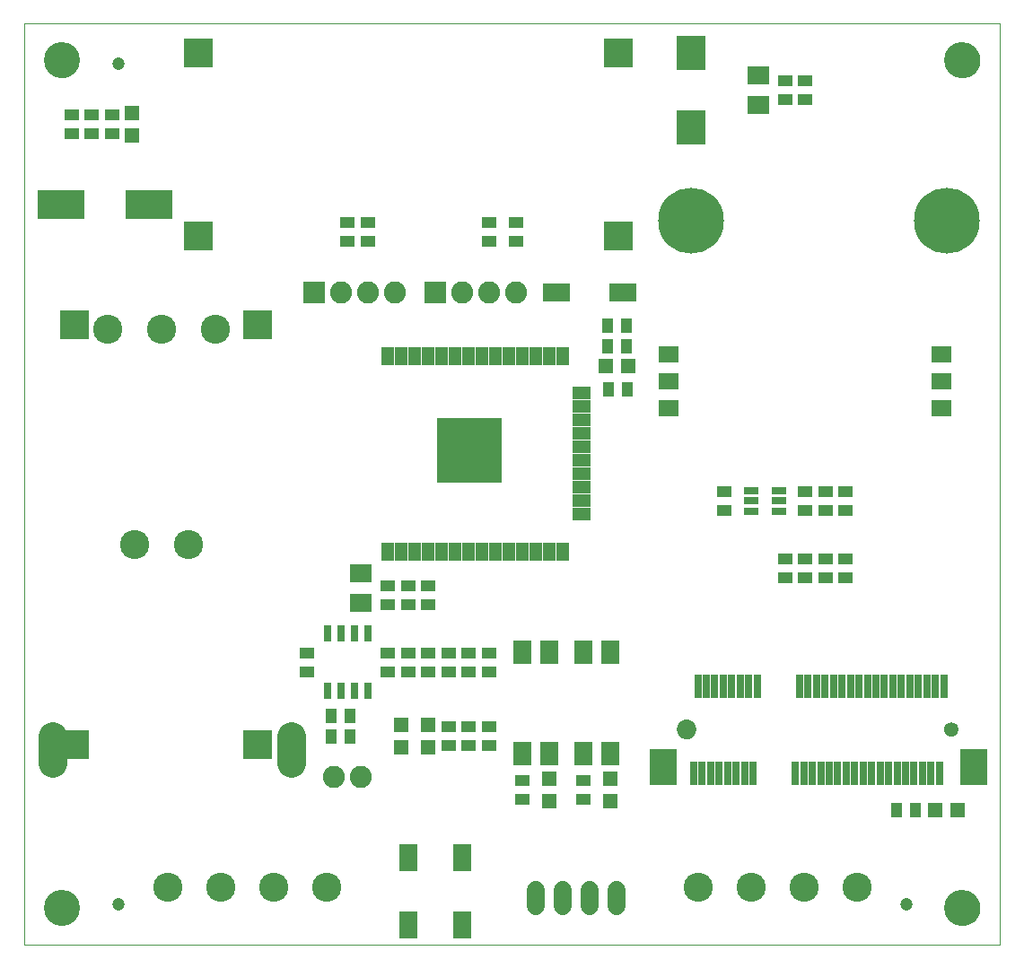
<source format=gts>
G75*
%MOIN*%
%OFA0B0*%
%FSLAX25Y25*%
%IPPOS*%
%LPD*%
%AMOC8*
5,1,8,0,0,1.08239X$1,22.5*
%
%ADD10C,0.00000*%
%ADD11R,0.05524X0.03950*%
%ADD12R,0.03950X0.05524*%
%ADD13R,0.07887X0.07099*%
%ADD14C,0.10800*%
%ADD15R,0.05328X0.03162*%
%ADD16C,0.07296*%
%ADD17C,0.05328*%
%ADD18R,0.03162X0.08674*%
%ADD19R,0.09855X0.13398*%
%ADD20R,0.08200X0.08200*%
%ADD21C,0.08200*%
%ADD22C,0.04737*%
%ADD23R,0.05524X0.05524*%
%ADD24R,0.09855X0.07099*%
%ADD25R,0.07099X0.09855*%
%ADD26C,0.10800*%
%ADD27R,0.03162X0.06312*%
%ADD28R,0.10643X0.10643*%
%ADD29R,0.04737X0.06706*%
%ADD30R,0.06706X0.04737*%
%ADD31R,0.24422X0.24422*%
%ADD32R,0.07493X0.05918*%
%ADD33R,0.17729X0.10643*%
%ADD34C,0.06800*%
%ADD35R,0.07099X0.08674*%
%ADD36R,0.10643X0.12611*%
%ADD37C,0.13398*%
%ADD38C,0.24422*%
%ADD39C,0.06706*%
D10*
X0003220Y0057549D02*
X0003220Y0400069D01*
X0365642Y0400069D01*
X0365642Y0057549D01*
X0003220Y0057549D01*
X0010701Y0071329D02*
X0010703Y0071487D01*
X0010709Y0071645D01*
X0010719Y0071803D01*
X0010733Y0071961D01*
X0010751Y0072118D01*
X0010772Y0072275D01*
X0010798Y0072431D01*
X0010828Y0072587D01*
X0010861Y0072742D01*
X0010899Y0072895D01*
X0010940Y0073048D01*
X0010985Y0073200D01*
X0011034Y0073351D01*
X0011087Y0073500D01*
X0011143Y0073648D01*
X0011203Y0073794D01*
X0011267Y0073939D01*
X0011335Y0074082D01*
X0011406Y0074224D01*
X0011480Y0074364D01*
X0011558Y0074501D01*
X0011640Y0074637D01*
X0011724Y0074771D01*
X0011813Y0074902D01*
X0011904Y0075031D01*
X0011999Y0075158D01*
X0012096Y0075283D01*
X0012197Y0075405D01*
X0012301Y0075524D01*
X0012408Y0075641D01*
X0012518Y0075755D01*
X0012631Y0075866D01*
X0012746Y0075975D01*
X0012864Y0076080D01*
X0012985Y0076182D01*
X0013108Y0076282D01*
X0013234Y0076378D01*
X0013362Y0076471D01*
X0013492Y0076561D01*
X0013625Y0076647D01*
X0013760Y0076731D01*
X0013896Y0076810D01*
X0014035Y0076887D01*
X0014176Y0076959D01*
X0014318Y0077029D01*
X0014462Y0077094D01*
X0014608Y0077156D01*
X0014755Y0077214D01*
X0014904Y0077269D01*
X0015054Y0077320D01*
X0015205Y0077367D01*
X0015357Y0077410D01*
X0015510Y0077449D01*
X0015665Y0077485D01*
X0015820Y0077516D01*
X0015976Y0077544D01*
X0016132Y0077568D01*
X0016289Y0077588D01*
X0016447Y0077604D01*
X0016604Y0077616D01*
X0016763Y0077624D01*
X0016921Y0077628D01*
X0017079Y0077628D01*
X0017237Y0077624D01*
X0017396Y0077616D01*
X0017553Y0077604D01*
X0017711Y0077588D01*
X0017868Y0077568D01*
X0018024Y0077544D01*
X0018180Y0077516D01*
X0018335Y0077485D01*
X0018490Y0077449D01*
X0018643Y0077410D01*
X0018795Y0077367D01*
X0018946Y0077320D01*
X0019096Y0077269D01*
X0019245Y0077214D01*
X0019392Y0077156D01*
X0019538Y0077094D01*
X0019682Y0077029D01*
X0019824Y0076959D01*
X0019965Y0076887D01*
X0020104Y0076810D01*
X0020240Y0076731D01*
X0020375Y0076647D01*
X0020508Y0076561D01*
X0020638Y0076471D01*
X0020766Y0076378D01*
X0020892Y0076282D01*
X0021015Y0076182D01*
X0021136Y0076080D01*
X0021254Y0075975D01*
X0021369Y0075866D01*
X0021482Y0075755D01*
X0021592Y0075641D01*
X0021699Y0075524D01*
X0021803Y0075405D01*
X0021904Y0075283D01*
X0022001Y0075158D01*
X0022096Y0075031D01*
X0022187Y0074902D01*
X0022276Y0074771D01*
X0022360Y0074637D01*
X0022442Y0074501D01*
X0022520Y0074364D01*
X0022594Y0074224D01*
X0022665Y0074082D01*
X0022733Y0073939D01*
X0022797Y0073794D01*
X0022857Y0073648D01*
X0022913Y0073500D01*
X0022966Y0073351D01*
X0023015Y0073200D01*
X0023060Y0073048D01*
X0023101Y0072895D01*
X0023139Y0072742D01*
X0023172Y0072587D01*
X0023202Y0072431D01*
X0023228Y0072275D01*
X0023249Y0072118D01*
X0023267Y0071961D01*
X0023281Y0071803D01*
X0023291Y0071645D01*
X0023297Y0071487D01*
X0023299Y0071329D01*
X0023297Y0071171D01*
X0023291Y0071013D01*
X0023281Y0070855D01*
X0023267Y0070697D01*
X0023249Y0070540D01*
X0023228Y0070383D01*
X0023202Y0070227D01*
X0023172Y0070071D01*
X0023139Y0069916D01*
X0023101Y0069763D01*
X0023060Y0069610D01*
X0023015Y0069458D01*
X0022966Y0069307D01*
X0022913Y0069158D01*
X0022857Y0069010D01*
X0022797Y0068864D01*
X0022733Y0068719D01*
X0022665Y0068576D01*
X0022594Y0068434D01*
X0022520Y0068294D01*
X0022442Y0068157D01*
X0022360Y0068021D01*
X0022276Y0067887D01*
X0022187Y0067756D01*
X0022096Y0067627D01*
X0022001Y0067500D01*
X0021904Y0067375D01*
X0021803Y0067253D01*
X0021699Y0067134D01*
X0021592Y0067017D01*
X0021482Y0066903D01*
X0021369Y0066792D01*
X0021254Y0066683D01*
X0021136Y0066578D01*
X0021015Y0066476D01*
X0020892Y0066376D01*
X0020766Y0066280D01*
X0020638Y0066187D01*
X0020508Y0066097D01*
X0020375Y0066011D01*
X0020240Y0065927D01*
X0020104Y0065848D01*
X0019965Y0065771D01*
X0019824Y0065699D01*
X0019682Y0065629D01*
X0019538Y0065564D01*
X0019392Y0065502D01*
X0019245Y0065444D01*
X0019096Y0065389D01*
X0018946Y0065338D01*
X0018795Y0065291D01*
X0018643Y0065248D01*
X0018490Y0065209D01*
X0018335Y0065173D01*
X0018180Y0065142D01*
X0018024Y0065114D01*
X0017868Y0065090D01*
X0017711Y0065070D01*
X0017553Y0065054D01*
X0017396Y0065042D01*
X0017237Y0065034D01*
X0017079Y0065030D01*
X0016921Y0065030D01*
X0016763Y0065034D01*
X0016604Y0065042D01*
X0016447Y0065054D01*
X0016289Y0065070D01*
X0016132Y0065090D01*
X0015976Y0065114D01*
X0015820Y0065142D01*
X0015665Y0065173D01*
X0015510Y0065209D01*
X0015357Y0065248D01*
X0015205Y0065291D01*
X0015054Y0065338D01*
X0014904Y0065389D01*
X0014755Y0065444D01*
X0014608Y0065502D01*
X0014462Y0065564D01*
X0014318Y0065629D01*
X0014176Y0065699D01*
X0014035Y0065771D01*
X0013896Y0065848D01*
X0013760Y0065927D01*
X0013625Y0066011D01*
X0013492Y0066097D01*
X0013362Y0066187D01*
X0013234Y0066280D01*
X0013108Y0066376D01*
X0012985Y0066476D01*
X0012864Y0066578D01*
X0012746Y0066683D01*
X0012631Y0066792D01*
X0012518Y0066903D01*
X0012408Y0067017D01*
X0012301Y0067134D01*
X0012197Y0067253D01*
X0012096Y0067375D01*
X0011999Y0067500D01*
X0011904Y0067627D01*
X0011813Y0067756D01*
X0011724Y0067887D01*
X0011640Y0068021D01*
X0011558Y0068157D01*
X0011480Y0068294D01*
X0011406Y0068434D01*
X0011335Y0068576D01*
X0011267Y0068719D01*
X0011203Y0068864D01*
X0011143Y0069010D01*
X0011087Y0069158D01*
X0011034Y0069307D01*
X0010985Y0069458D01*
X0010940Y0069610D01*
X0010899Y0069763D01*
X0010861Y0069916D01*
X0010828Y0070071D01*
X0010798Y0070227D01*
X0010772Y0070383D01*
X0010751Y0070540D01*
X0010733Y0070697D01*
X0010719Y0070855D01*
X0010709Y0071013D01*
X0010703Y0071171D01*
X0010701Y0071329D01*
X0245760Y0137549D02*
X0245762Y0137662D01*
X0245768Y0137776D01*
X0245778Y0137889D01*
X0245792Y0138001D01*
X0245809Y0138113D01*
X0245831Y0138224D01*
X0245856Y0138335D01*
X0245886Y0138444D01*
X0245919Y0138553D01*
X0245956Y0138660D01*
X0245997Y0138766D01*
X0246041Y0138870D01*
X0246089Y0138973D01*
X0246140Y0139074D01*
X0246195Y0139173D01*
X0246254Y0139270D01*
X0246315Y0139365D01*
X0246380Y0139458D01*
X0246449Y0139549D01*
X0246520Y0139637D01*
X0246594Y0139722D01*
X0246672Y0139805D01*
X0246752Y0139885D01*
X0246835Y0139963D01*
X0246920Y0140037D01*
X0247008Y0140108D01*
X0247099Y0140177D01*
X0247192Y0140242D01*
X0247287Y0140303D01*
X0247384Y0140362D01*
X0247483Y0140417D01*
X0247584Y0140468D01*
X0247687Y0140516D01*
X0247791Y0140560D01*
X0247897Y0140601D01*
X0248004Y0140638D01*
X0248113Y0140671D01*
X0248222Y0140701D01*
X0248333Y0140726D01*
X0248444Y0140748D01*
X0248556Y0140765D01*
X0248668Y0140779D01*
X0248781Y0140789D01*
X0248895Y0140795D01*
X0249008Y0140797D01*
X0249121Y0140795D01*
X0249235Y0140789D01*
X0249348Y0140779D01*
X0249460Y0140765D01*
X0249572Y0140748D01*
X0249683Y0140726D01*
X0249794Y0140701D01*
X0249903Y0140671D01*
X0250012Y0140638D01*
X0250119Y0140601D01*
X0250225Y0140560D01*
X0250329Y0140516D01*
X0250432Y0140468D01*
X0250533Y0140417D01*
X0250632Y0140362D01*
X0250729Y0140303D01*
X0250824Y0140242D01*
X0250917Y0140177D01*
X0251008Y0140108D01*
X0251096Y0140037D01*
X0251181Y0139963D01*
X0251264Y0139885D01*
X0251344Y0139805D01*
X0251422Y0139722D01*
X0251496Y0139637D01*
X0251567Y0139549D01*
X0251636Y0139458D01*
X0251701Y0139365D01*
X0251762Y0139270D01*
X0251821Y0139173D01*
X0251876Y0139074D01*
X0251927Y0138973D01*
X0251975Y0138870D01*
X0252019Y0138766D01*
X0252060Y0138660D01*
X0252097Y0138553D01*
X0252130Y0138444D01*
X0252160Y0138335D01*
X0252185Y0138224D01*
X0252207Y0138113D01*
X0252224Y0138001D01*
X0252238Y0137889D01*
X0252248Y0137776D01*
X0252254Y0137662D01*
X0252256Y0137549D01*
X0252254Y0137436D01*
X0252248Y0137322D01*
X0252238Y0137209D01*
X0252224Y0137097D01*
X0252207Y0136985D01*
X0252185Y0136874D01*
X0252160Y0136763D01*
X0252130Y0136654D01*
X0252097Y0136545D01*
X0252060Y0136438D01*
X0252019Y0136332D01*
X0251975Y0136228D01*
X0251927Y0136125D01*
X0251876Y0136024D01*
X0251821Y0135925D01*
X0251762Y0135828D01*
X0251701Y0135733D01*
X0251636Y0135640D01*
X0251567Y0135549D01*
X0251496Y0135461D01*
X0251422Y0135376D01*
X0251344Y0135293D01*
X0251264Y0135213D01*
X0251181Y0135135D01*
X0251096Y0135061D01*
X0251008Y0134990D01*
X0250917Y0134921D01*
X0250824Y0134856D01*
X0250729Y0134795D01*
X0250632Y0134736D01*
X0250533Y0134681D01*
X0250432Y0134630D01*
X0250329Y0134582D01*
X0250225Y0134538D01*
X0250119Y0134497D01*
X0250012Y0134460D01*
X0249903Y0134427D01*
X0249794Y0134397D01*
X0249683Y0134372D01*
X0249572Y0134350D01*
X0249460Y0134333D01*
X0249348Y0134319D01*
X0249235Y0134309D01*
X0249121Y0134303D01*
X0249008Y0134301D01*
X0248895Y0134303D01*
X0248781Y0134309D01*
X0248668Y0134319D01*
X0248556Y0134333D01*
X0248444Y0134350D01*
X0248333Y0134372D01*
X0248222Y0134397D01*
X0248113Y0134427D01*
X0248004Y0134460D01*
X0247897Y0134497D01*
X0247791Y0134538D01*
X0247687Y0134582D01*
X0247584Y0134630D01*
X0247483Y0134681D01*
X0247384Y0134736D01*
X0247287Y0134795D01*
X0247192Y0134856D01*
X0247099Y0134921D01*
X0247008Y0134990D01*
X0246920Y0135061D01*
X0246835Y0135135D01*
X0246752Y0135213D01*
X0246672Y0135293D01*
X0246594Y0135376D01*
X0246520Y0135461D01*
X0246449Y0135549D01*
X0246380Y0135640D01*
X0246315Y0135733D01*
X0246254Y0135828D01*
X0246195Y0135925D01*
X0246140Y0136024D01*
X0246089Y0136125D01*
X0246041Y0136228D01*
X0245997Y0136332D01*
X0245956Y0136438D01*
X0245919Y0136545D01*
X0245886Y0136654D01*
X0245856Y0136763D01*
X0245831Y0136874D01*
X0245809Y0136985D01*
X0245792Y0137097D01*
X0245778Y0137209D01*
X0245768Y0137322D01*
X0245762Y0137436D01*
X0245760Y0137549D01*
X0345169Y0137549D02*
X0345171Y0137644D01*
X0345177Y0137738D01*
X0345187Y0137833D01*
X0345201Y0137927D01*
X0345218Y0138020D01*
X0345240Y0138112D01*
X0345266Y0138203D01*
X0345295Y0138294D01*
X0345328Y0138382D01*
X0345365Y0138470D01*
X0345405Y0138556D01*
X0345449Y0138640D01*
X0345496Y0138722D01*
X0345547Y0138802D01*
X0345601Y0138880D01*
X0345659Y0138955D01*
X0345719Y0139028D01*
X0345783Y0139099D01*
X0345849Y0139167D01*
X0345918Y0139231D01*
X0345990Y0139293D01*
X0346064Y0139352D01*
X0346141Y0139408D01*
X0346220Y0139461D01*
X0346301Y0139510D01*
X0346384Y0139555D01*
X0346469Y0139598D01*
X0346556Y0139636D01*
X0346644Y0139671D01*
X0346733Y0139702D01*
X0346824Y0139730D01*
X0346916Y0139753D01*
X0347009Y0139773D01*
X0347102Y0139789D01*
X0347196Y0139801D01*
X0347291Y0139809D01*
X0347386Y0139813D01*
X0347480Y0139813D01*
X0347575Y0139809D01*
X0347670Y0139801D01*
X0347764Y0139789D01*
X0347857Y0139773D01*
X0347950Y0139753D01*
X0348042Y0139730D01*
X0348133Y0139702D01*
X0348222Y0139671D01*
X0348310Y0139636D01*
X0348397Y0139598D01*
X0348482Y0139555D01*
X0348565Y0139510D01*
X0348646Y0139461D01*
X0348725Y0139408D01*
X0348802Y0139352D01*
X0348876Y0139293D01*
X0348948Y0139231D01*
X0349017Y0139167D01*
X0349083Y0139099D01*
X0349147Y0139028D01*
X0349207Y0138955D01*
X0349265Y0138880D01*
X0349319Y0138802D01*
X0349370Y0138722D01*
X0349417Y0138640D01*
X0349461Y0138556D01*
X0349501Y0138470D01*
X0349538Y0138382D01*
X0349571Y0138294D01*
X0349600Y0138203D01*
X0349626Y0138112D01*
X0349648Y0138020D01*
X0349665Y0137927D01*
X0349679Y0137833D01*
X0349689Y0137738D01*
X0349695Y0137644D01*
X0349697Y0137549D01*
X0349695Y0137454D01*
X0349689Y0137360D01*
X0349679Y0137265D01*
X0349665Y0137171D01*
X0349648Y0137078D01*
X0349626Y0136986D01*
X0349600Y0136895D01*
X0349571Y0136804D01*
X0349538Y0136716D01*
X0349501Y0136628D01*
X0349461Y0136542D01*
X0349417Y0136458D01*
X0349370Y0136376D01*
X0349319Y0136296D01*
X0349265Y0136218D01*
X0349207Y0136143D01*
X0349147Y0136070D01*
X0349083Y0135999D01*
X0349017Y0135931D01*
X0348948Y0135867D01*
X0348876Y0135805D01*
X0348802Y0135746D01*
X0348725Y0135690D01*
X0348646Y0135637D01*
X0348565Y0135588D01*
X0348482Y0135543D01*
X0348397Y0135500D01*
X0348310Y0135462D01*
X0348222Y0135427D01*
X0348133Y0135396D01*
X0348042Y0135368D01*
X0347950Y0135345D01*
X0347857Y0135325D01*
X0347764Y0135309D01*
X0347670Y0135297D01*
X0347575Y0135289D01*
X0347480Y0135285D01*
X0347386Y0135285D01*
X0347291Y0135289D01*
X0347196Y0135297D01*
X0347102Y0135309D01*
X0347009Y0135325D01*
X0346916Y0135345D01*
X0346824Y0135368D01*
X0346733Y0135396D01*
X0346644Y0135427D01*
X0346556Y0135462D01*
X0346469Y0135500D01*
X0346384Y0135543D01*
X0346301Y0135588D01*
X0346220Y0135637D01*
X0346141Y0135690D01*
X0346064Y0135746D01*
X0345990Y0135805D01*
X0345918Y0135867D01*
X0345849Y0135931D01*
X0345783Y0135999D01*
X0345719Y0136070D01*
X0345659Y0136143D01*
X0345601Y0136218D01*
X0345547Y0136296D01*
X0345496Y0136376D01*
X0345449Y0136458D01*
X0345405Y0136542D01*
X0345365Y0136628D01*
X0345328Y0136716D01*
X0345295Y0136804D01*
X0345266Y0136895D01*
X0345240Y0136986D01*
X0345218Y0137078D01*
X0345201Y0137171D01*
X0345187Y0137265D01*
X0345177Y0137360D01*
X0345171Y0137454D01*
X0345169Y0137549D01*
X0345347Y0071329D02*
X0345349Y0071487D01*
X0345355Y0071645D01*
X0345365Y0071803D01*
X0345379Y0071961D01*
X0345397Y0072118D01*
X0345418Y0072275D01*
X0345444Y0072431D01*
X0345474Y0072587D01*
X0345507Y0072742D01*
X0345545Y0072895D01*
X0345586Y0073048D01*
X0345631Y0073200D01*
X0345680Y0073351D01*
X0345733Y0073500D01*
X0345789Y0073648D01*
X0345849Y0073794D01*
X0345913Y0073939D01*
X0345981Y0074082D01*
X0346052Y0074224D01*
X0346126Y0074364D01*
X0346204Y0074501D01*
X0346286Y0074637D01*
X0346370Y0074771D01*
X0346459Y0074902D01*
X0346550Y0075031D01*
X0346645Y0075158D01*
X0346742Y0075283D01*
X0346843Y0075405D01*
X0346947Y0075524D01*
X0347054Y0075641D01*
X0347164Y0075755D01*
X0347277Y0075866D01*
X0347392Y0075975D01*
X0347510Y0076080D01*
X0347631Y0076182D01*
X0347754Y0076282D01*
X0347880Y0076378D01*
X0348008Y0076471D01*
X0348138Y0076561D01*
X0348271Y0076647D01*
X0348406Y0076731D01*
X0348542Y0076810D01*
X0348681Y0076887D01*
X0348822Y0076959D01*
X0348964Y0077029D01*
X0349108Y0077094D01*
X0349254Y0077156D01*
X0349401Y0077214D01*
X0349550Y0077269D01*
X0349700Y0077320D01*
X0349851Y0077367D01*
X0350003Y0077410D01*
X0350156Y0077449D01*
X0350311Y0077485D01*
X0350466Y0077516D01*
X0350622Y0077544D01*
X0350778Y0077568D01*
X0350935Y0077588D01*
X0351093Y0077604D01*
X0351250Y0077616D01*
X0351409Y0077624D01*
X0351567Y0077628D01*
X0351725Y0077628D01*
X0351883Y0077624D01*
X0352042Y0077616D01*
X0352199Y0077604D01*
X0352357Y0077588D01*
X0352514Y0077568D01*
X0352670Y0077544D01*
X0352826Y0077516D01*
X0352981Y0077485D01*
X0353136Y0077449D01*
X0353289Y0077410D01*
X0353441Y0077367D01*
X0353592Y0077320D01*
X0353742Y0077269D01*
X0353891Y0077214D01*
X0354038Y0077156D01*
X0354184Y0077094D01*
X0354328Y0077029D01*
X0354470Y0076959D01*
X0354611Y0076887D01*
X0354750Y0076810D01*
X0354886Y0076731D01*
X0355021Y0076647D01*
X0355154Y0076561D01*
X0355284Y0076471D01*
X0355412Y0076378D01*
X0355538Y0076282D01*
X0355661Y0076182D01*
X0355782Y0076080D01*
X0355900Y0075975D01*
X0356015Y0075866D01*
X0356128Y0075755D01*
X0356238Y0075641D01*
X0356345Y0075524D01*
X0356449Y0075405D01*
X0356550Y0075283D01*
X0356647Y0075158D01*
X0356742Y0075031D01*
X0356833Y0074902D01*
X0356922Y0074771D01*
X0357006Y0074637D01*
X0357088Y0074501D01*
X0357166Y0074364D01*
X0357240Y0074224D01*
X0357311Y0074082D01*
X0357379Y0073939D01*
X0357443Y0073794D01*
X0357503Y0073648D01*
X0357559Y0073500D01*
X0357612Y0073351D01*
X0357661Y0073200D01*
X0357706Y0073048D01*
X0357747Y0072895D01*
X0357785Y0072742D01*
X0357818Y0072587D01*
X0357848Y0072431D01*
X0357874Y0072275D01*
X0357895Y0072118D01*
X0357913Y0071961D01*
X0357927Y0071803D01*
X0357937Y0071645D01*
X0357943Y0071487D01*
X0357945Y0071329D01*
X0357943Y0071171D01*
X0357937Y0071013D01*
X0357927Y0070855D01*
X0357913Y0070697D01*
X0357895Y0070540D01*
X0357874Y0070383D01*
X0357848Y0070227D01*
X0357818Y0070071D01*
X0357785Y0069916D01*
X0357747Y0069763D01*
X0357706Y0069610D01*
X0357661Y0069458D01*
X0357612Y0069307D01*
X0357559Y0069158D01*
X0357503Y0069010D01*
X0357443Y0068864D01*
X0357379Y0068719D01*
X0357311Y0068576D01*
X0357240Y0068434D01*
X0357166Y0068294D01*
X0357088Y0068157D01*
X0357006Y0068021D01*
X0356922Y0067887D01*
X0356833Y0067756D01*
X0356742Y0067627D01*
X0356647Y0067500D01*
X0356550Y0067375D01*
X0356449Y0067253D01*
X0356345Y0067134D01*
X0356238Y0067017D01*
X0356128Y0066903D01*
X0356015Y0066792D01*
X0355900Y0066683D01*
X0355782Y0066578D01*
X0355661Y0066476D01*
X0355538Y0066376D01*
X0355412Y0066280D01*
X0355284Y0066187D01*
X0355154Y0066097D01*
X0355021Y0066011D01*
X0354886Y0065927D01*
X0354750Y0065848D01*
X0354611Y0065771D01*
X0354470Y0065699D01*
X0354328Y0065629D01*
X0354184Y0065564D01*
X0354038Y0065502D01*
X0353891Y0065444D01*
X0353742Y0065389D01*
X0353592Y0065338D01*
X0353441Y0065291D01*
X0353289Y0065248D01*
X0353136Y0065209D01*
X0352981Y0065173D01*
X0352826Y0065142D01*
X0352670Y0065114D01*
X0352514Y0065090D01*
X0352357Y0065070D01*
X0352199Y0065054D01*
X0352042Y0065042D01*
X0351883Y0065034D01*
X0351725Y0065030D01*
X0351567Y0065030D01*
X0351409Y0065034D01*
X0351250Y0065042D01*
X0351093Y0065054D01*
X0350935Y0065070D01*
X0350778Y0065090D01*
X0350622Y0065114D01*
X0350466Y0065142D01*
X0350311Y0065173D01*
X0350156Y0065209D01*
X0350003Y0065248D01*
X0349851Y0065291D01*
X0349700Y0065338D01*
X0349550Y0065389D01*
X0349401Y0065444D01*
X0349254Y0065502D01*
X0349108Y0065564D01*
X0348964Y0065629D01*
X0348822Y0065699D01*
X0348681Y0065771D01*
X0348542Y0065848D01*
X0348406Y0065927D01*
X0348271Y0066011D01*
X0348138Y0066097D01*
X0348008Y0066187D01*
X0347880Y0066280D01*
X0347754Y0066376D01*
X0347631Y0066476D01*
X0347510Y0066578D01*
X0347392Y0066683D01*
X0347277Y0066792D01*
X0347164Y0066903D01*
X0347054Y0067017D01*
X0346947Y0067134D01*
X0346843Y0067253D01*
X0346742Y0067375D01*
X0346645Y0067500D01*
X0346550Y0067627D01*
X0346459Y0067756D01*
X0346370Y0067887D01*
X0346286Y0068021D01*
X0346204Y0068157D01*
X0346126Y0068294D01*
X0346052Y0068434D01*
X0345981Y0068576D01*
X0345913Y0068719D01*
X0345849Y0068864D01*
X0345789Y0069010D01*
X0345733Y0069158D01*
X0345680Y0069307D01*
X0345631Y0069458D01*
X0345586Y0069610D01*
X0345545Y0069763D01*
X0345507Y0069916D01*
X0345474Y0070071D01*
X0345444Y0070227D01*
X0345418Y0070383D01*
X0345397Y0070540D01*
X0345379Y0070697D01*
X0345365Y0070855D01*
X0345355Y0071013D01*
X0345349Y0071171D01*
X0345347Y0071329D01*
X0345347Y0386289D02*
X0345349Y0386447D01*
X0345355Y0386605D01*
X0345365Y0386763D01*
X0345379Y0386921D01*
X0345397Y0387078D01*
X0345418Y0387235D01*
X0345444Y0387391D01*
X0345474Y0387547D01*
X0345507Y0387702D01*
X0345545Y0387855D01*
X0345586Y0388008D01*
X0345631Y0388160D01*
X0345680Y0388311D01*
X0345733Y0388460D01*
X0345789Y0388608D01*
X0345849Y0388754D01*
X0345913Y0388899D01*
X0345981Y0389042D01*
X0346052Y0389184D01*
X0346126Y0389324D01*
X0346204Y0389461D01*
X0346286Y0389597D01*
X0346370Y0389731D01*
X0346459Y0389862D01*
X0346550Y0389991D01*
X0346645Y0390118D01*
X0346742Y0390243D01*
X0346843Y0390365D01*
X0346947Y0390484D01*
X0347054Y0390601D01*
X0347164Y0390715D01*
X0347277Y0390826D01*
X0347392Y0390935D01*
X0347510Y0391040D01*
X0347631Y0391142D01*
X0347754Y0391242D01*
X0347880Y0391338D01*
X0348008Y0391431D01*
X0348138Y0391521D01*
X0348271Y0391607D01*
X0348406Y0391691D01*
X0348542Y0391770D01*
X0348681Y0391847D01*
X0348822Y0391919D01*
X0348964Y0391989D01*
X0349108Y0392054D01*
X0349254Y0392116D01*
X0349401Y0392174D01*
X0349550Y0392229D01*
X0349700Y0392280D01*
X0349851Y0392327D01*
X0350003Y0392370D01*
X0350156Y0392409D01*
X0350311Y0392445D01*
X0350466Y0392476D01*
X0350622Y0392504D01*
X0350778Y0392528D01*
X0350935Y0392548D01*
X0351093Y0392564D01*
X0351250Y0392576D01*
X0351409Y0392584D01*
X0351567Y0392588D01*
X0351725Y0392588D01*
X0351883Y0392584D01*
X0352042Y0392576D01*
X0352199Y0392564D01*
X0352357Y0392548D01*
X0352514Y0392528D01*
X0352670Y0392504D01*
X0352826Y0392476D01*
X0352981Y0392445D01*
X0353136Y0392409D01*
X0353289Y0392370D01*
X0353441Y0392327D01*
X0353592Y0392280D01*
X0353742Y0392229D01*
X0353891Y0392174D01*
X0354038Y0392116D01*
X0354184Y0392054D01*
X0354328Y0391989D01*
X0354470Y0391919D01*
X0354611Y0391847D01*
X0354750Y0391770D01*
X0354886Y0391691D01*
X0355021Y0391607D01*
X0355154Y0391521D01*
X0355284Y0391431D01*
X0355412Y0391338D01*
X0355538Y0391242D01*
X0355661Y0391142D01*
X0355782Y0391040D01*
X0355900Y0390935D01*
X0356015Y0390826D01*
X0356128Y0390715D01*
X0356238Y0390601D01*
X0356345Y0390484D01*
X0356449Y0390365D01*
X0356550Y0390243D01*
X0356647Y0390118D01*
X0356742Y0389991D01*
X0356833Y0389862D01*
X0356922Y0389731D01*
X0357006Y0389597D01*
X0357088Y0389461D01*
X0357166Y0389324D01*
X0357240Y0389184D01*
X0357311Y0389042D01*
X0357379Y0388899D01*
X0357443Y0388754D01*
X0357503Y0388608D01*
X0357559Y0388460D01*
X0357612Y0388311D01*
X0357661Y0388160D01*
X0357706Y0388008D01*
X0357747Y0387855D01*
X0357785Y0387702D01*
X0357818Y0387547D01*
X0357848Y0387391D01*
X0357874Y0387235D01*
X0357895Y0387078D01*
X0357913Y0386921D01*
X0357927Y0386763D01*
X0357937Y0386605D01*
X0357943Y0386447D01*
X0357945Y0386289D01*
X0357943Y0386131D01*
X0357937Y0385973D01*
X0357927Y0385815D01*
X0357913Y0385657D01*
X0357895Y0385500D01*
X0357874Y0385343D01*
X0357848Y0385187D01*
X0357818Y0385031D01*
X0357785Y0384876D01*
X0357747Y0384723D01*
X0357706Y0384570D01*
X0357661Y0384418D01*
X0357612Y0384267D01*
X0357559Y0384118D01*
X0357503Y0383970D01*
X0357443Y0383824D01*
X0357379Y0383679D01*
X0357311Y0383536D01*
X0357240Y0383394D01*
X0357166Y0383254D01*
X0357088Y0383117D01*
X0357006Y0382981D01*
X0356922Y0382847D01*
X0356833Y0382716D01*
X0356742Y0382587D01*
X0356647Y0382460D01*
X0356550Y0382335D01*
X0356449Y0382213D01*
X0356345Y0382094D01*
X0356238Y0381977D01*
X0356128Y0381863D01*
X0356015Y0381752D01*
X0355900Y0381643D01*
X0355782Y0381538D01*
X0355661Y0381436D01*
X0355538Y0381336D01*
X0355412Y0381240D01*
X0355284Y0381147D01*
X0355154Y0381057D01*
X0355021Y0380971D01*
X0354886Y0380887D01*
X0354750Y0380808D01*
X0354611Y0380731D01*
X0354470Y0380659D01*
X0354328Y0380589D01*
X0354184Y0380524D01*
X0354038Y0380462D01*
X0353891Y0380404D01*
X0353742Y0380349D01*
X0353592Y0380298D01*
X0353441Y0380251D01*
X0353289Y0380208D01*
X0353136Y0380169D01*
X0352981Y0380133D01*
X0352826Y0380102D01*
X0352670Y0380074D01*
X0352514Y0380050D01*
X0352357Y0380030D01*
X0352199Y0380014D01*
X0352042Y0380002D01*
X0351883Y0379994D01*
X0351725Y0379990D01*
X0351567Y0379990D01*
X0351409Y0379994D01*
X0351250Y0380002D01*
X0351093Y0380014D01*
X0350935Y0380030D01*
X0350778Y0380050D01*
X0350622Y0380074D01*
X0350466Y0380102D01*
X0350311Y0380133D01*
X0350156Y0380169D01*
X0350003Y0380208D01*
X0349851Y0380251D01*
X0349700Y0380298D01*
X0349550Y0380349D01*
X0349401Y0380404D01*
X0349254Y0380462D01*
X0349108Y0380524D01*
X0348964Y0380589D01*
X0348822Y0380659D01*
X0348681Y0380731D01*
X0348542Y0380808D01*
X0348406Y0380887D01*
X0348271Y0380971D01*
X0348138Y0381057D01*
X0348008Y0381147D01*
X0347880Y0381240D01*
X0347754Y0381336D01*
X0347631Y0381436D01*
X0347510Y0381538D01*
X0347392Y0381643D01*
X0347277Y0381752D01*
X0347164Y0381863D01*
X0347054Y0381977D01*
X0346947Y0382094D01*
X0346843Y0382213D01*
X0346742Y0382335D01*
X0346645Y0382460D01*
X0346550Y0382587D01*
X0346459Y0382716D01*
X0346370Y0382847D01*
X0346286Y0382981D01*
X0346204Y0383117D01*
X0346126Y0383254D01*
X0346052Y0383394D01*
X0345981Y0383536D01*
X0345913Y0383679D01*
X0345849Y0383824D01*
X0345789Y0383970D01*
X0345733Y0384118D01*
X0345680Y0384267D01*
X0345631Y0384418D01*
X0345586Y0384570D01*
X0345545Y0384723D01*
X0345507Y0384876D01*
X0345474Y0385031D01*
X0345444Y0385187D01*
X0345418Y0385343D01*
X0345397Y0385500D01*
X0345379Y0385657D01*
X0345365Y0385815D01*
X0345355Y0385973D01*
X0345349Y0386131D01*
X0345347Y0386289D01*
X0010701Y0386289D02*
X0010703Y0386447D01*
X0010709Y0386605D01*
X0010719Y0386763D01*
X0010733Y0386921D01*
X0010751Y0387078D01*
X0010772Y0387235D01*
X0010798Y0387391D01*
X0010828Y0387547D01*
X0010861Y0387702D01*
X0010899Y0387855D01*
X0010940Y0388008D01*
X0010985Y0388160D01*
X0011034Y0388311D01*
X0011087Y0388460D01*
X0011143Y0388608D01*
X0011203Y0388754D01*
X0011267Y0388899D01*
X0011335Y0389042D01*
X0011406Y0389184D01*
X0011480Y0389324D01*
X0011558Y0389461D01*
X0011640Y0389597D01*
X0011724Y0389731D01*
X0011813Y0389862D01*
X0011904Y0389991D01*
X0011999Y0390118D01*
X0012096Y0390243D01*
X0012197Y0390365D01*
X0012301Y0390484D01*
X0012408Y0390601D01*
X0012518Y0390715D01*
X0012631Y0390826D01*
X0012746Y0390935D01*
X0012864Y0391040D01*
X0012985Y0391142D01*
X0013108Y0391242D01*
X0013234Y0391338D01*
X0013362Y0391431D01*
X0013492Y0391521D01*
X0013625Y0391607D01*
X0013760Y0391691D01*
X0013896Y0391770D01*
X0014035Y0391847D01*
X0014176Y0391919D01*
X0014318Y0391989D01*
X0014462Y0392054D01*
X0014608Y0392116D01*
X0014755Y0392174D01*
X0014904Y0392229D01*
X0015054Y0392280D01*
X0015205Y0392327D01*
X0015357Y0392370D01*
X0015510Y0392409D01*
X0015665Y0392445D01*
X0015820Y0392476D01*
X0015976Y0392504D01*
X0016132Y0392528D01*
X0016289Y0392548D01*
X0016447Y0392564D01*
X0016604Y0392576D01*
X0016763Y0392584D01*
X0016921Y0392588D01*
X0017079Y0392588D01*
X0017237Y0392584D01*
X0017396Y0392576D01*
X0017553Y0392564D01*
X0017711Y0392548D01*
X0017868Y0392528D01*
X0018024Y0392504D01*
X0018180Y0392476D01*
X0018335Y0392445D01*
X0018490Y0392409D01*
X0018643Y0392370D01*
X0018795Y0392327D01*
X0018946Y0392280D01*
X0019096Y0392229D01*
X0019245Y0392174D01*
X0019392Y0392116D01*
X0019538Y0392054D01*
X0019682Y0391989D01*
X0019824Y0391919D01*
X0019965Y0391847D01*
X0020104Y0391770D01*
X0020240Y0391691D01*
X0020375Y0391607D01*
X0020508Y0391521D01*
X0020638Y0391431D01*
X0020766Y0391338D01*
X0020892Y0391242D01*
X0021015Y0391142D01*
X0021136Y0391040D01*
X0021254Y0390935D01*
X0021369Y0390826D01*
X0021482Y0390715D01*
X0021592Y0390601D01*
X0021699Y0390484D01*
X0021803Y0390365D01*
X0021904Y0390243D01*
X0022001Y0390118D01*
X0022096Y0389991D01*
X0022187Y0389862D01*
X0022276Y0389731D01*
X0022360Y0389597D01*
X0022442Y0389461D01*
X0022520Y0389324D01*
X0022594Y0389184D01*
X0022665Y0389042D01*
X0022733Y0388899D01*
X0022797Y0388754D01*
X0022857Y0388608D01*
X0022913Y0388460D01*
X0022966Y0388311D01*
X0023015Y0388160D01*
X0023060Y0388008D01*
X0023101Y0387855D01*
X0023139Y0387702D01*
X0023172Y0387547D01*
X0023202Y0387391D01*
X0023228Y0387235D01*
X0023249Y0387078D01*
X0023267Y0386921D01*
X0023281Y0386763D01*
X0023291Y0386605D01*
X0023297Y0386447D01*
X0023299Y0386289D01*
X0023297Y0386131D01*
X0023291Y0385973D01*
X0023281Y0385815D01*
X0023267Y0385657D01*
X0023249Y0385500D01*
X0023228Y0385343D01*
X0023202Y0385187D01*
X0023172Y0385031D01*
X0023139Y0384876D01*
X0023101Y0384723D01*
X0023060Y0384570D01*
X0023015Y0384418D01*
X0022966Y0384267D01*
X0022913Y0384118D01*
X0022857Y0383970D01*
X0022797Y0383824D01*
X0022733Y0383679D01*
X0022665Y0383536D01*
X0022594Y0383394D01*
X0022520Y0383254D01*
X0022442Y0383117D01*
X0022360Y0382981D01*
X0022276Y0382847D01*
X0022187Y0382716D01*
X0022096Y0382587D01*
X0022001Y0382460D01*
X0021904Y0382335D01*
X0021803Y0382213D01*
X0021699Y0382094D01*
X0021592Y0381977D01*
X0021482Y0381863D01*
X0021369Y0381752D01*
X0021254Y0381643D01*
X0021136Y0381538D01*
X0021015Y0381436D01*
X0020892Y0381336D01*
X0020766Y0381240D01*
X0020638Y0381147D01*
X0020508Y0381057D01*
X0020375Y0380971D01*
X0020240Y0380887D01*
X0020104Y0380808D01*
X0019965Y0380731D01*
X0019824Y0380659D01*
X0019682Y0380589D01*
X0019538Y0380524D01*
X0019392Y0380462D01*
X0019245Y0380404D01*
X0019096Y0380349D01*
X0018946Y0380298D01*
X0018795Y0380251D01*
X0018643Y0380208D01*
X0018490Y0380169D01*
X0018335Y0380133D01*
X0018180Y0380102D01*
X0018024Y0380074D01*
X0017868Y0380050D01*
X0017711Y0380030D01*
X0017553Y0380014D01*
X0017396Y0380002D01*
X0017237Y0379994D01*
X0017079Y0379990D01*
X0016921Y0379990D01*
X0016763Y0379994D01*
X0016604Y0380002D01*
X0016447Y0380014D01*
X0016289Y0380030D01*
X0016132Y0380050D01*
X0015976Y0380074D01*
X0015820Y0380102D01*
X0015665Y0380133D01*
X0015510Y0380169D01*
X0015357Y0380208D01*
X0015205Y0380251D01*
X0015054Y0380298D01*
X0014904Y0380349D01*
X0014755Y0380404D01*
X0014608Y0380462D01*
X0014462Y0380524D01*
X0014318Y0380589D01*
X0014176Y0380659D01*
X0014035Y0380731D01*
X0013896Y0380808D01*
X0013760Y0380887D01*
X0013625Y0380971D01*
X0013492Y0381057D01*
X0013362Y0381147D01*
X0013234Y0381240D01*
X0013108Y0381336D01*
X0012985Y0381436D01*
X0012864Y0381538D01*
X0012746Y0381643D01*
X0012631Y0381752D01*
X0012518Y0381863D01*
X0012408Y0381977D01*
X0012301Y0382094D01*
X0012197Y0382213D01*
X0012096Y0382335D01*
X0011999Y0382460D01*
X0011904Y0382587D01*
X0011813Y0382716D01*
X0011724Y0382847D01*
X0011640Y0382981D01*
X0011558Y0383117D01*
X0011480Y0383254D01*
X0011406Y0383394D01*
X0011335Y0383536D01*
X0011267Y0383679D01*
X0011203Y0383824D01*
X0011143Y0383970D01*
X0011087Y0384118D01*
X0011034Y0384267D01*
X0010985Y0384418D01*
X0010940Y0384570D01*
X0010899Y0384723D01*
X0010861Y0384876D01*
X0010828Y0385031D01*
X0010798Y0385187D01*
X0010772Y0385343D01*
X0010751Y0385500D01*
X0010733Y0385657D01*
X0010719Y0385815D01*
X0010709Y0385973D01*
X0010703Y0386131D01*
X0010701Y0386289D01*
D11*
X0020720Y0366093D03*
X0020720Y0359006D03*
X0028220Y0359006D03*
X0028220Y0366093D03*
X0035720Y0366093D03*
X0035720Y0359006D03*
X0123220Y0326093D03*
X0123220Y0319006D03*
X0130720Y0319006D03*
X0130720Y0326093D03*
X0175720Y0326093D03*
X0175720Y0319006D03*
X0185720Y0319006D03*
X0185720Y0326093D03*
X0263220Y0226093D03*
X0263220Y0219006D03*
X0285720Y0201093D03*
X0285720Y0194006D03*
X0293220Y0194006D03*
X0293220Y0201093D03*
X0300720Y0201093D03*
X0300720Y0194006D03*
X0308220Y0194006D03*
X0308220Y0201093D03*
X0308220Y0219006D03*
X0308220Y0226093D03*
X0300720Y0226093D03*
X0300720Y0219006D03*
X0293220Y0219006D03*
X0293220Y0226093D03*
X0210720Y0118593D03*
X0210720Y0111506D03*
X0188220Y0111506D03*
X0188220Y0118593D03*
X0175720Y0131506D03*
X0175720Y0138593D03*
X0168220Y0138593D03*
X0168220Y0131506D03*
X0160720Y0131506D03*
X0160720Y0138593D03*
X0160720Y0159006D03*
X0160720Y0166093D03*
X0153220Y0166093D03*
X0153220Y0159006D03*
X0145720Y0159006D03*
X0145720Y0166093D03*
X0138220Y0166093D03*
X0138220Y0159006D03*
X0138220Y0184006D03*
X0138220Y0191093D03*
X0145720Y0191093D03*
X0145720Y0184006D03*
X0153220Y0184006D03*
X0153220Y0191093D03*
X0168220Y0166093D03*
X0168220Y0159006D03*
X0175720Y0159006D03*
X0175720Y0166093D03*
X0108220Y0166093D03*
X0108220Y0159006D03*
X0285720Y0371506D03*
X0285720Y0378593D03*
X0293220Y0378593D03*
X0293220Y0371506D03*
D12*
X0226764Y0287549D03*
X0219677Y0287549D03*
X0219677Y0280049D03*
X0226764Y0280049D03*
X0227264Y0264049D03*
X0220177Y0264049D03*
X0124264Y0142549D03*
X0117177Y0142549D03*
X0117177Y0135049D03*
X0124264Y0135049D03*
X0327177Y0107549D03*
X0334264Y0107549D03*
D13*
X0128220Y0184537D03*
X0128220Y0195561D03*
X0275720Y0369537D03*
X0275720Y0380561D03*
D14*
X0102520Y0135049D02*
X0102520Y0125049D01*
X0013920Y0125049D02*
X0013920Y0135049D01*
D15*
X0273102Y0218809D03*
X0273102Y0222549D03*
X0273102Y0226289D03*
X0283339Y0226289D03*
X0283339Y0222549D03*
X0283339Y0218809D03*
D16*
X0249008Y0137549D03*
D17*
X0347433Y0137549D03*
D18*
X0344677Y0153691D03*
X0341528Y0153691D03*
X0338378Y0153691D03*
X0335228Y0153691D03*
X0332079Y0153691D03*
X0328929Y0153691D03*
X0325780Y0153691D03*
X0322630Y0153691D03*
X0319480Y0153691D03*
X0316331Y0153691D03*
X0313181Y0153691D03*
X0310031Y0153691D03*
X0306882Y0153691D03*
X0303732Y0153691D03*
X0300583Y0153691D03*
X0297433Y0153691D03*
X0294283Y0153691D03*
X0291134Y0153691D03*
X0275386Y0153691D03*
X0272236Y0153691D03*
X0269087Y0153691D03*
X0265937Y0153691D03*
X0262787Y0153691D03*
X0259638Y0153691D03*
X0256488Y0153691D03*
X0253339Y0153691D03*
X0254913Y0121407D03*
X0251764Y0121407D03*
X0258063Y0121407D03*
X0261213Y0121407D03*
X0264362Y0121407D03*
X0267512Y0121407D03*
X0270661Y0121407D03*
X0273811Y0121407D03*
X0289559Y0121407D03*
X0292709Y0121407D03*
X0295858Y0121407D03*
X0299008Y0121407D03*
X0302157Y0121407D03*
X0305307Y0121407D03*
X0308457Y0121407D03*
X0311606Y0121407D03*
X0314756Y0121407D03*
X0317906Y0121407D03*
X0321055Y0121407D03*
X0324205Y0121407D03*
X0327354Y0121407D03*
X0330504Y0121407D03*
X0333654Y0121407D03*
X0336803Y0121407D03*
X0339953Y0121407D03*
X0343102Y0121407D03*
D19*
X0355898Y0123770D03*
X0240543Y0123770D03*
D20*
X0155720Y0300049D03*
X0110720Y0300049D03*
D21*
X0120720Y0300049D03*
X0130720Y0300049D03*
X0140720Y0300049D03*
X0165720Y0300049D03*
X0175720Y0300049D03*
X0185720Y0300049D03*
X0128220Y0120049D03*
X0118220Y0120049D03*
D22*
X0038220Y0072549D03*
X0038220Y0385049D03*
X0330720Y0072549D03*
D23*
X0341587Y0107549D03*
X0349854Y0107549D03*
X0220720Y0110915D03*
X0220720Y0119183D03*
X0198220Y0119183D03*
X0198220Y0110915D03*
X0153220Y0130915D03*
X0153220Y0139183D03*
X0143220Y0139183D03*
X0143220Y0130915D03*
X0219087Y0272549D03*
X0227354Y0272549D03*
X0043220Y0358415D03*
X0043220Y0366683D03*
D24*
X0200819Y0300049D03*
X0225622Y0300049D03*
D25*
X0165720Y0089951D03*
X0145720Y0089951D03*
X0145720Y0065148D03*
X0165720Y0065148D03*
D26*
X0115646Y0079006D03*
X0095961Y0079006D03*
X0076276Y0079006D03*
X0056591Y0079006D03*
X0064008Y0206230D03*
X0044008Y0206230D03*
X0054008Y0286230D03*
X0034008Y0286230D03*
X0074008Y0286230D03*
X0253441Y0079006D03*
X0273126Y0079006D03*
X0292811Y0079006D03*
X0312496Y0079006D03*
D27*
X0130720Y0151919D03*
X0125720Y0151919D03*
X0120720Y0151919D03*
X0115720Y0151919D03*
X0115720Y0173179D03*
X0120720Y0173179D03*
X0125720Y0173179D03*
X0130720Y0173179D03*
D28*
X0089720Y0132049D03*
X0021720Y0132049D03*
X0021720Y0288049D03*
X0067720Y0321049D03*
X0089720Y0288049D03*
X0067720Y0389049D03*
X0223720Y0389049D03*
X0223720Y0321049D03*
D29*
X0203161Y0276467D03*
X0198161Y0276467D03*
X0193161Y0276467D03*
X0188161Y0276467D03*
X0183161Y0276467D03*
X0178161Y0276467D03*
X0173161Y0276467D03*
X0168161Y0276467D03*
X0163161Y0276467D03*
X0158161Y0276467D03*
X0153161Y0276467D03*
X0148161Y0276467D03*
X0143161Y0276467D03*
X0138161Y0276467D03*
X0138161Y0203632D03*
X0143161Y0203632D03*
X0148161Y0203632D03*
X0153161Y0203632D03*
X0158161Y0203632D03*
X0163161Y0203632D03*
X0168161Y0203632D03*
X0173161Y0203632D03*
X0178161Y0203632D03*
X0183161Y0203632D03*
X0188161Y0203632D03*
X0193161Y0203632D03*
X0198161Y0203632D03*
X0203161Y0203632D03*
D30*
X0210012Y0217608D03*
X0210012Y0222608D03*
X0210012Y0227608D03*
X0210012Y0232608D03*
X0210012Y0237608D03*
X0210012Y0242608D03*
X0210012Y0247608D03*
X0210012Y0252608D03*
X0210012Y0257608D03*
X0210012Y0262608D03*
D31*
X0168476Y0241230D03*
D32*
X0242630Y0257136D03*
X0242630Y0267136D03*
X0242630Y0277136D03*
X0343811Y0277136D03*
X0343811Y0267136D03*
X0343811Y0257136D03*
D33*
X0049559Y0332549D03*
X0016882Y0332549D03*
D34*
X0193220Y0078049D02*
X0193220Y0072049D01*
X0203220Y0072049D02*
X0203220Y0078049D01*
X0213220Y0078049D02*
X0213220Y0072049D01*
X0223220Y0072049D02*
X0223220Y0078049D01*
D35*
X0220720Y0128770D03*
X0210720Y0128770D03*
X0198220Y0128770D03*
X0188220Y0128770D03*
X0188220Y0166329D03*
X0198220Y0166329D03*
X0210720Y0166329D03*
X0220720Y0166329D03*
D36*
X0250720Y0361270D03*
X0250720Y0388829D03*
D37*
X0351646Y0386289D03*
X0351646Y0071329D03*
X0017000Y0071329D03*
X0017000Y0386289D03*
D38*
X0250720Y0326549D03*
X0345720Y0326549D03*
D39*
X0173220Y0247549D03*
X0173220Y0240049D03*
X0173220Y0232549D03*
X0163220Y0232549D03*
X0163220Y0240049D03*
X0163220Y0247549D03*
M02*

</source>
